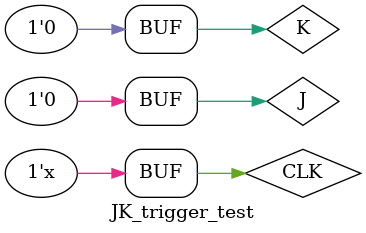
<source format=v>
`timescale 1ns / 1ps


module JK_trigger_test(
    );
    reg CLK,J,K;
    wire Q,Q_;
    
    
 
    JK_trigger uut(  
        .CLK(CLK),
        .J(J),
        .K(K),
        .Q(Q),
        .Q_(Q_)
    );
    
    initial 
    begin
        CLK=1;J=0;K=0;     
    end
    always #50 CLK=~CLK;
    initial
    begin
        #20; J=0;K=1;
        #200; J=1;K=1;
        #200; J=1;K=0;
        #200; J=0;K=0;
        #200; J=0;K=0;
    end        
endmodule
   
    


</source>
